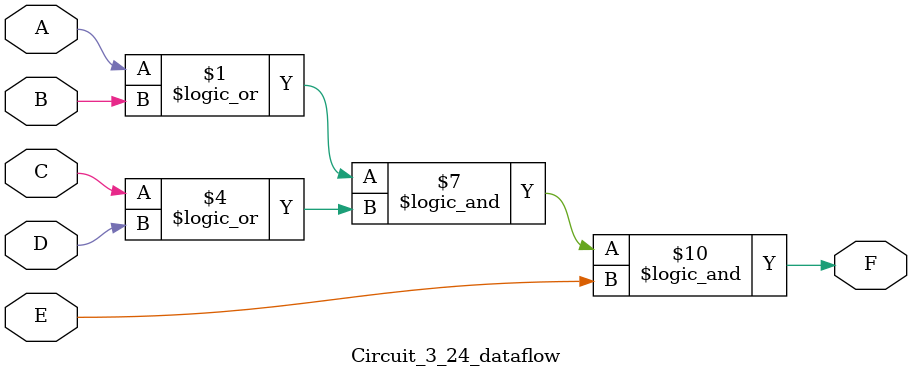
<source format=v>
module Circuit_3_24_dataflow (F, A, B, C, D, E);
	output F;
	input A, B, C, D, E;
	
	assign F=(!(!(A||B)))&&(!(!(C||D)))&&(!(!E));
endmodule

</source>
